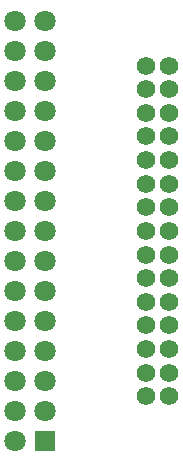
<source format=gts>
G04 Layer_Color=8388736*
%FSLAX25Y25*%
%MOIN*%
G70*
G01*
G75*
%ADD16C,0.06165*%
%ADD17R,0.07087X0.07087*%
%ADD18C,0.07087*%
D16*
X68000Y23500D02*
D03*
X60126D02*
D03*
X68000Y31374D02*
D03*
X60126D02*
D03*
X68000Y39248D02*
D03*
X60126D02*
D03*
X68000Y47122D02*
D03*
X60126D02*
D03*
X68000Y54996D02*
D03*
X60126D02*
D03*
X68000Y62870D02*
D03*
X60126D02*
D03*
X68000Y70744D02*
D03*
X60126D02*
D03*
X68000Y78618D02*
D03*
X60126D02*
D03*
X68000Y86492D02*
D03*
X60126D02*
D03*
X68000Y94366D02*
D03*
X60126D02*
D03*
X68000Y102240D02*
D03*
X60126D02*
D03*
X68000Y110114D02*
D03*
X60126D02*
D03*
X68000Y117988D02*
D03*
X60126D02*
D03*
X68000Y125862D02*
D03*
X60126D02*
D03*
X68000Y133736D02*
D03*
X60126D02*
D03*
D17*
X26500Y8500D02*
D03*
D18*
X16500D02*
D03*
X26500Y18500D02*
D03*
X16500D02*
D03*
X26500Y28500D02*
D03*
X16500D02*
D03*
X26500Y38500D02*
D03*
X16500D02*
D03*
X26500Y48500D02*
D03*
X16500D02*
D03*
X26500Y58500D02*
D03*
X16500D02*
D03*
X26500Y68500D02*
D03*
X16500D02*
D03*
X26500Y78500D02*
D03*
X16500D02*
D03*
X26500Y88500D02*
D03*
X16500D02*
D03*
X26500Y98500D02*
D03*
X16500D02*
D03*
X26500Y108500D02*
D03*
X16500D02*
D03*
X26500Y118500D02*
D03*
X16500D02*
D03*
X26500Y128500D02*
D03*
X16500D02*
D03*
X26500Y138500D02*
D03*
X16500D02*
D03*
X26500Y148500D02*
D03*
X16500D02*
D03*
M02*

</source>
